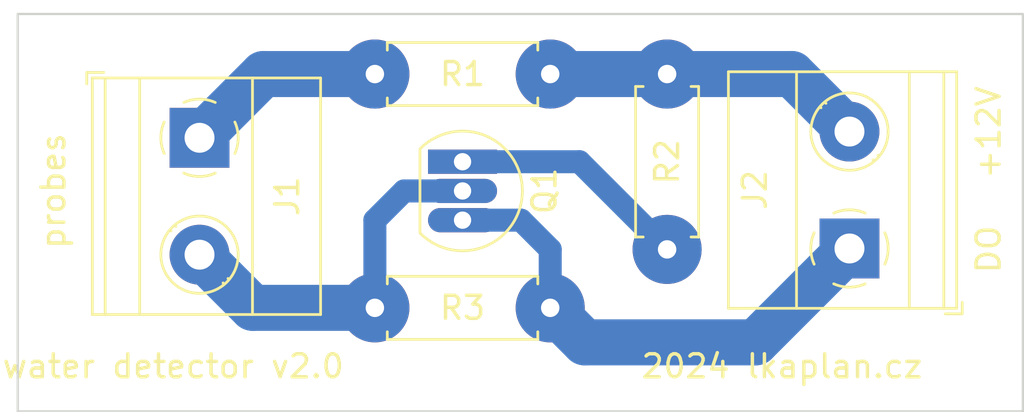
<source format=kicad_pcb>
(kicad_pcb (version 20211014) (generator pcbnew)
  (title_block (title "Water detector") (date "2024-04-05") (rev "0"))
  (layers (0 "F.Cu" signal) (31 "B.Cu" signal) (34 "B.Paste" user) (35 "F.Paste" user) (36 "B.SilkS" user "B.Silkscreen") (37 "F.SilkS" user "F.Silkscreen") (38 "B.Mask" user) (39 "F.Mask" user) (44 "Edge.Cuts" user))
  (net 0 "")
  (net 1 "/DO")
  (net 2 "Net-(Q1-Pad1)")
  (net 3 "Net-(R1-Pad2)")
  (net 4 "Net-(Q1-Pad2)")
  (net 5 "Net-(R1-Pad1)")
  (footprint "Resistor_THT:R_Axial_DIN0207_L6.3mm_D2.5mm_P7.62mm_Horizontal" (layer "F.Cu") (at 101.6 64.77)
    (fp_text reference "R3" (at 3.81 0) (layer "F.SilkS"))
    (fp_text value "150K")
    (fp_line (start 0.54 -1.04) (end 0.54 -1.37) (layer "F.SilkS") (width 0.12))
    (fp_line (start 0.54 -1.37) (end 7.08 -1.37) (layer "F.SilkS") (width 0.12))
    (fp_line (start 0.54 1.37) (end 7.08 1.37) (layer "F.SilkS") (width 0.12))
    (fp_line (start 7.08 1.37) (end 7.08 1.04) (layer "F.SilkS") (width 0.12))
    (fp_line (start 7.08 -1.37) (end 7.08 -1.04) (layer "F.SilkS") (width 0.12))
    (fp_line (start 0.54 1.04) (end 0.54 1.37) (layer "F.SilkS") (width 0.12))
    (pad "1" thru_hole circle (at 0 0) (size 3 3) (drill 0.8) (layers *.Cu *.Mask) (net 4 "Net-(Q1-Pad2)"))
    (pad "2" thru_hole circle (at 7.62 0) (size 3 3) (drill 0.8) (layers *.Cu *.Mask) (net 1 "/DO"))
  )
  (footprint "TerminalBlock_Phoenix:TerminalBlock_Phoenix_MKDS-1,5-2-5.08_1x02_P5.08mm_Horizontal" (layer "F.Cu") (at 93.98 57.38 -90)
    (fp_text reference "J1" (at 2.54 -3.81 -90) (layer "F.SilkS"))
    (fp_text value "Watter probes")
    (fp_line (start -2.6 -5.261) (end -2.6 4.66) (layer "F.SilkS") (width 0.12))
    (fp_line (start -2.6 -2.301) (end 7.68 -2.301) (layer "F.SilkS") (width 0.12))
    (fp_line (start 6.355 -1.069) (end 6.308 -1.023) (layer "F.SilkS") (width 0.12))
    (fp_line (start 7.68 -5.261) (end 7.68 4.66) (layer "F.SilkS") (width 0.12))
    (fp_line (start 6.15 -1.275) (end 6.115 -1.239) (layer "F.SilkS") (width 0.12))
    (fp_line (start 3.853 1.023) (end 3.806 1.069) (layer "F.SilkS") (width 0.12))
    (fp_line (start -2.84 4.16) (end -2.84 4.9) (layer "F.SilkS") (width 0.12))
    (fp_line (start -2.6 4.1) (end 7.68 4.1) (layer "F.SilkS") (width 0.12))
    (fp_line (start -2.84 4.9) (end -2.34 4.9) (layer "F.SilkS") (width 0.12))
    (fp_line (start -2.6 -5.261) (end 7.68 -5.261) (layer "F.SilkS") (width 0.12))
    (fp_line (start 4.046 1.239) (end 4.011 1.274) (layer "F.SilkS") (width 0.12))
    (fp_line (start -2.6 4.66) (end 7.68 4.66) (layer "F.SilkS") (width 0.12))
    (fp_line (start -2.6 2.6) (end 7.68 2.6) (layer "F.SilkS") (width 0.12))
    (fp_arc (start -0.683042 -1.535427) (mid 0.000524 -1.680501) (end 0.684 -1.535) (layer "F.SilkS") (width 0.12))
    (fp_arc (start 0.028805 1.680253) (mid -0.335551 1.646659) (end -0.684 1.535) (layer "F.SilkS") (width 0.12))
    (fp_arc (start 1.535427 -0.683042) (mid 1.680501 0.000524) (end 1.535 0.684) (layer "F.SilkS") (width 0.12))
    (fp_arc (start -1.535427 0.683042) (mid -1.680501 -0.000524) (end -1.535 -0.684) (layer "F.SilkS") (width 0.12))
    (fp_arc (start 0.683318 1.534756) (mid 0.349292 1.643288) (end 0 1.68) (layer "F.SilkS") (width 0.12))
    (fp_circle (center 5.08 0) (end 6.76 0) (layer "F.SilkS") (width 0.12) (fill none))
    (pad "1" thru_hole rect (at 0 0 270) (size 2.6 2.6) (drill 1.3) (layers *.Cu *.Mask) (net 3 "Net-(R1-Pad2)"))
    (pad "2" thru_hole circle (at 5.08 0 270) (size 2.6 2.6) (drill 1.3) (layers *.Cu *.Mask) (net 4 "Net-(Q1-Pad2)"))
  )
  (footprint "Package_TO_SOT_THT:TO-92_Inline" (layer "F.Cu") (at 105.41 58.42 -90)
    (fp_text reference "Q1" (at 1.27 -3.56 90) (layer "F.SilkS"))
    (fp_text value "BC517")
    (fp_line (start -0.53 1.85) (end 3.07 1.85) (layer "F.SilkS") (width 0.12))
    (fp_arc (start 1.27 -2.6) (mid 3.672087 -0.994977) (end 3.108478 1.838478) (layer "F.SilkS") (width 0.12))
    (fp_arc (start -0.568478 1.838478) (mid -1.132087 -0.994977) (end 1.27 -2.6) (layer "F.SilkS") (width 0.12))
    (pad "1" thru_hole rect (at 0 0 270) (size 1.05 3) (drill 0.75) (layers *.Cu *.Mask) (net 2 "Net-(Q1-Pad1)"))
    (pad "2" thru_hole oval (at 1.27 0 270) (size 1.05 3) (drill 0.75) (layers *.Cu *.Mask) (net 4 "Net-(Q1-Pad2)"))
    (pad "3" thru_hole oval (at 2.54 0 270) (size 1.05 3) (drill 0.75) (layers *.Cu *.Mask) (net 1 "/DO"))
  )
  (footprint "TerminalBlock_Phoenix:TerminalBlock_Phoenix_MKDS-1,5-2-5.08_1x02_P5.08mm_Horizontal" (layer "F.Cu") (at 122.225 62.19 90)
    (fp_text reference "J2" (at 2.54 -4.115 90) (layer "F.SilkS"))
    (fp_text value "I/O")
    (fp_line (start 4.046 1.239) (end 4.011 1.274) (layer "F.SilkS") (width 0.12))
    (fp_line (start -2.84 4.16) (end -2.84 4.9) (layer "F.SilkS") (width 0.12))
    (fp_line (start -2.6 -5.261) (end -2.6 4.66) (layer "F.SilkS") (width 0.12))
    (fp_line (start -2.84 4.9) (end -2.34 4.9) (layer "F.SilkS") (width 0.12))
    (fp_line (start -2.6 4.1) (end 7.68 4.1) (layer "F.SilkS") (width 0.12))
    (fp_line (start 6.355 -1.069) (end 6.308 -1.023) (layer "F.SilkS") (width 0.12))
    (fp_line (start 3.853 1.023) (end 3.806 1.069) (layer "F.SilkS") (width 0.12))
    (fp_line (start -2.6 4.66) (end 7.68 4.66) (layer "F.SilkS") (width 0.12))
    (fp_line (start 7.68 -5.261) (end 7.68 4.66) (layer "F.SilkS") (width 0.12))
    (fp_line (start 6.15 -1.275) (end 6.115 -1.239) (layer "F.SilkS") (width 0.12))
    (fp_line (start -2.6 -2.301) (end 7.68 -2.301) (layer "F.SilkS") (width 0.12))
    (fp_line (start -2.6 2.6) (end 7.68 2.6) (layer "F.SilkS") (width 0.12))
    (fp_line (start -2.6 -5.261) (end 7.68 -5.261) (layer "F.SilkS") (width 0.12))
    (fp_arc (start 1.535427 -0.683042) (mid 1.680501 0.000524) (end 1.535 0.684) (layer "F.SilkS") (width 0.12))
    (fp_arc (start -0.683042 -1.535427) (mid 0.000524 -1.680501) (end 0.684 -1.535) (layer "F.SilkS") (width 0.12))
    (fp_arc (start 0.683318 1.534756) (mid 0.349292 1.643288) (end 0 1.68) (layer "F.SilkS") (width 0.12))
    (fp_arc (start 0.028805 1.680253) (mid -0.335551 1.646659) (end -0.684 1.535) (layer "F.SilkS") (width 0.12))
    (fp_arc (start -1.535427 0.683042) (mid -1.680501 -0.000524) (end -1.535 -0.684) (layer "F.SilkS") (width 0.12))
    (fp_circle (center 5.08 0) (end 6.76 0) (layer "F.SilkS") (width 0.12) (fill none))
    (pad "1" thru_hole rect (at 0 0 90) (size 2.6 2.6) (drill 1.3) (layers *.Cu *.Mask) (net 1 "/DO"))
    (pad "2" thru_hole circle (at 5.08 0 90) (size 2.6 2.6) (drill 1.3) (layers *.Cu *.Mask) (net 5 "Net-(R1-Pad1)"))
  )
  (footprint "Resistor_THT:R_Axial_DIN0207_L6.3mm_D2.5mm_P7.62mm_Horizontal" (layer "F.Cu") (at 109.22 54.61 180)
    (fp_text reference "R1" (at 3.81 0) (layer "F.SilkS"))
    (fp_text value "4K7")
    (fp_line (start 0.54 1.04) (end 0.54 1.37) (layer "F.SilkS") (width 0.12))
    (fp_line (start 0.54 -1.37) (end 7.08 -1.37) (layer "F.SilkS") (width 0.12))
    (fp_line (start 7.08 -1.37) (end 7.08 -1.04) (layer "F.SilkS") (width 0.12))
    (fp_line (start 0.54 -1.04) (end 0.54 -1.37) (layer "F.SilkS") (width 0.12))
    (fp_line (start 0.54 1.37) (end 7.08 1.37) (layer "F.SilkS") (width 0.12))
    (fp_line (start 7.08 1.37) (end 7.08 1.04) (layer "F.SilkS") (width 0.12))
    (pad "1" thru_hole circle (at 0 0 180) (size 3 3) (drill 0.8) (layers *.Cu *.Mask) (net 5 "Net-(R1-Pad1)"))
    (pad "2" thru_hole circle (at 7.62 0 180) (size 3 3) (drill 0.8) (layers *.Cu *.Mask) (net 3 "Net-(R1-Pad2)"))
  )
  (footprint "Resistor_THT:R_Axial_DIN0207_L6.3mm_D2.5mm_P7.62mm_Horizontal" (layer "F.Cu") (at 114.3 54.61 -90)
    (fp_text reference "R2" (at 3.81 0 90) (layer "F.SilkS"))
    (fp_text value "1K")
    (fp_line (start 0.54 1.04) (end 0.54 1.37) (layer "F.SilkS") (width 0.12))
    (fp_line (start 0.54 -1.04) (end 0.54 -1.37) (layer "F.SilkS") (width 0.12))
    (fp_line (start 7.08 1.37) (end 7.08 1.04) (layer "F.SilkS") (width 0.12))
    (fp_line (start 7.08 -1.37) (end 7.08 -1.04) (layer "F.SilkS") (width 0.12))
    (fp_line (start 0.54 1.37) (end 7.08 1.37) (layer "F.SilkS") (width 0.12))
    (fp_line (start 0.54 -1.37) (end 7.08 -1.37) (layer "F.SilkS") (width 0.12))
    (pad "1" thru_hole circle (at 0 0 270) (size 3 3) (drill 0.8) (layers *.Cu *.Mask) (net 5 "Net-(R1-Pad1)"))
    (pad "2" thru_hole circle (at 7.62 0 270) (size 3 3) (drill 0.8) (layers *.Cu *.Mask) (net 2 "Net-(Q1-Pad1)"))
  )
  (gr_rect (start 86.08 52) (end 129.76 69.27) (layer "Edge.Cuts") (width 0.1) (fill none))
  (gr_text "+12V" (at 128.27 57.15 90) (layer "F.SilkS") (effects (font (size 1 1))))
  (gr_text "water detector v2.0			2024 lkaplan.cz" (at 105.41 67.31) (layer "F.SilkS") (effects (font (size 1 1))))
  (gr_text "probes" (at 87.63 59.69 90) (layer "F.SilkS") (effects (font (size 1 1))))
  (gr_text "DO" (at 128.27 62.23 90) (layer "F.SilkS") (effects (font (size 1 1))))
  (segment (start 107.95 60.96) (end 109.22 62.23) (width 1) (layer "B.Cu") (net 1))
  (segment (start 105.41 60.96) (end 107.95 60.96) (width 1) (layer "B.Cu") (net 1))
  (segment (start 110.72 66.27) (end 118.145 66.27) (width 2) (layer "B.Cu") (net 1))
  (segment (start 118.145 66.27) (end 122.225 62.19) (width 2) (layer "B.Cu") (net 1))
  (segment (start 109.22 64.77) (end 110.72 66.27) (width 2) (layer "B.Cu") (net 1))
  (segment (start 109.22 62.23) (end 109.22 64.77) (width 1) (layer "B.Cu") (net 1))
  (segment (start 105.41 58.42) (end 110.49 58.42) (width 1) (layer "B.Cu") (net 2))
  (segment (start 110.49 58.42) (end 114.3 62.23) (width 1) (layer "B.Cu") (net 2))
  (segment (start 101.6 54.61) (end 96.75 54.61) (width 2) (layer "B.Cu") (net 3))
  (segment (start 96.75 54.61) (end 93.98 57.38) (width 2) (layer "B.Cu") (net 3))
  (segment (start 105.41 59.69) (end 102.87 59.69) (width 1) (layer "B.Cu") (net 4))
  (segment (start 101.6 64.77) (end 96.29 64.77) (width 2) (layer "B.Cu") (net 4))
  (segment (start 101.6 60.96) (end 101.6 64.77) (width 1) (layer "B.Cu") (net 4))
  (segment (start 102.87 59.69) (end 101.6 60.96) (width 1) (layer "B.Cu") (net 4))
  (segment (start 96.29 64.77) (end 93.98 62.46) (width 2) (layer "B.Cu") (net 4))
  (segment (start 119.725 54.61) (end 122.225 57.11) (width 2) (layer "B.Cu") (net 5))
  (segment (start 109.22 54.61) (end 114.3 54.61) (width 2) (layer "B.Cu") (net 5))
  (segment (start 114.3 54.61) (end 119.725 54.61) (width 2) (layer "B.Cu") (net 5))
)
</source>
